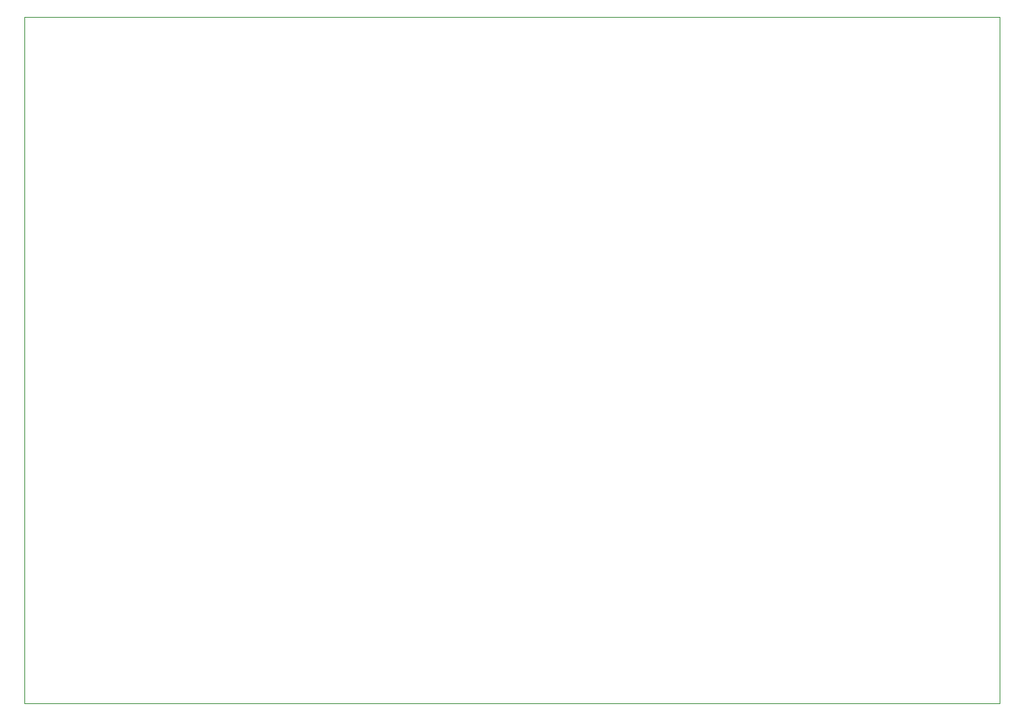
<source format=gm1>
G04 #@! TF.GenerationSoftware,KiCad,Pcbnew,8.0.9-8.0.9-0~ubuntu22.04.1*
G04 #@! TF.CreationDate,2026-01-30T18:33:39+10:00*
G04 #@! TF.ProjectId,ATX-Power-Distribution-Board,4154582d-506f-4776-9572-2d4469737472,rev?*
G04 #@! TF.SameCoordinates,Original*
G04 #@! TF.FileFunction,Profile,NP*
%FSLAX46Y46*%
G04 Gerber Fmt 4.6, Leading zero omitted, Abs format (unit mm)*
G04 Created by KiCad (PCBNEW 8.0.9-8.0.9-0~ubuntu22.04.1) date 2026-01-30 18:33:39*
%MOMM*%
%LPD*%
G01*
G04 APERTURE LIST*
G04 #@! TA.AperFunction,Profile*
%ADD10C,0.050000*%
G04 #@! TD*
G04 APERTURE END LIST*
D10*
X76200000Y-50800000D02*
X187960000Y-50800000D01*
X187960000Y-129540000D01*
X76200000Y-129540000D01*
X76200000Y-50800000D01*
M02*

</source>
